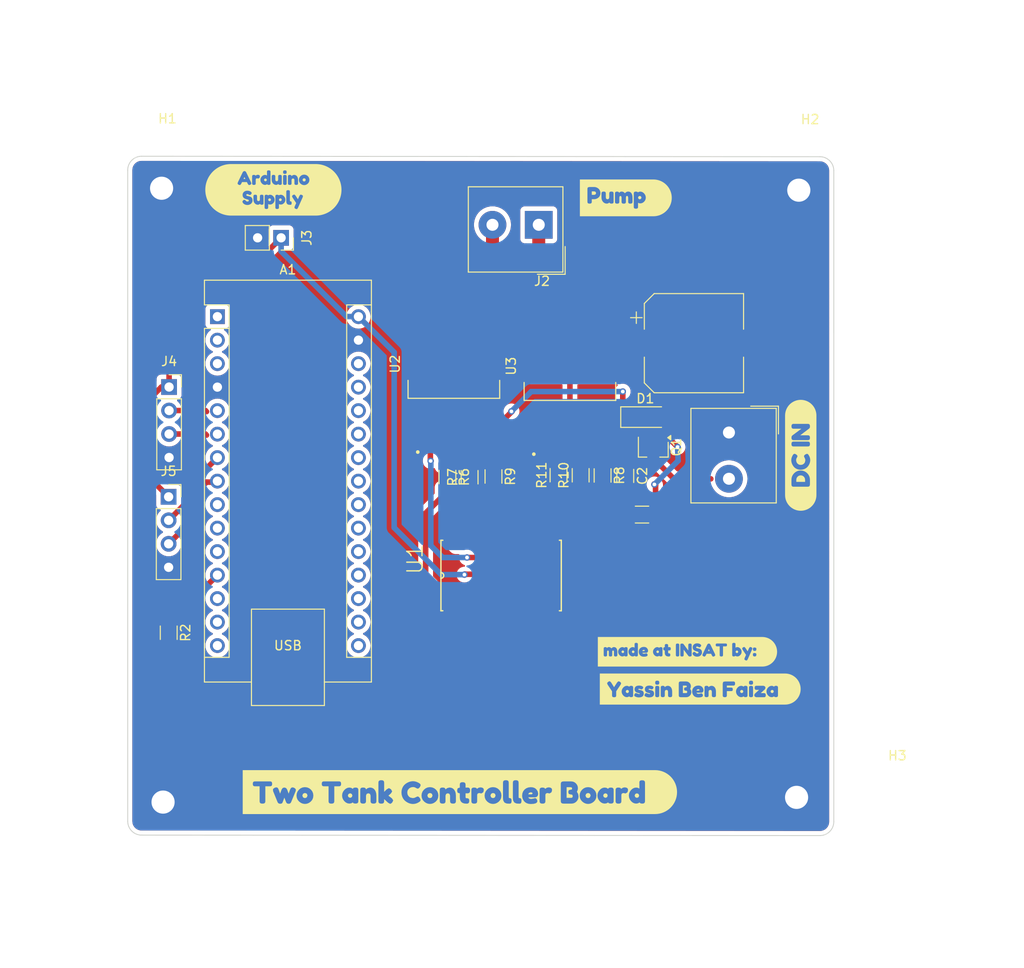
<source format=kicad_pcb>
(kicad_pcb (version 20240108) (generator "pcbnew") (generator_version "8.0")
  (layers (0 "F.Cu" signal) (31 "B.Cu" signal) (34 "B.Paste" user) (35 "F.Paste" user) (36 "B.SilkS" user "B.Silkscreen") (37 "F.SilkS" user "F.Silkscreen") (38 "B.Mask" user) (39 "F.Mask" user) (44 "Edge.Cuts" user))
  (net 0 "")
  (net 4 "GND")
  (net 12 "TRIG1")
  (net 17 "TRIG2")
  (net 20 "VCC")
  (net 24 "ECHO2")
  (net 27 "RPWM1")
  (net 28 "ECHO1")
  (net 30 "Supply")
  (net 31 "Net-(D1-A)")
  (net 32 "Net-(J1-Pin_2)")
  (net 33 "Net-(J2-Pin_1)")
  (net 34 "Net-(J2-Pin_2)")
  (net 35 "Net-(U1-1A0)")
  (net 36 "EN")
  (net 37 "Net-(U2-INH)")
  (net 38 "Net-(U2-SR)")
  (net 39 "Net-(U3-IS)")
  (net 40 "Net-(U2-IS)")
  (net 41 "Net-(U3-SR)")
  (net 42 "Net-(U3-INH)")
  (net 45 "OUT2")
  (net 47 "OUT1")
  (footprint "Resistor_SMD:R_1206_3216Metric_Pad1.30x1.75mm_HandSolder" (layer "F.Cu") (at 126.59 78.02 90)
    (property "Reference" "R7" (at 0 -1.82 90) (layer "F.SilkS"))
    (property "Value" "4.7K")
    (pad "1" smd roundrect (at -1.55 0 90) (size 1.3 1.75) (layers "F.Cu" "F.Paste" "F.Mask") (roundrect_rratio 0.192308) (net 4 "GND"))
    (pad "2" smd roundrect (at 1.55 0 90) (size 1.3 1.75) (layers "F.Cu" "F.Paste" "F.Mask") (roundrect_rratio 0.192308) (net 38 "Net-(U2-SR)"))
  )
  (footprint "MountingHole:MountingHole_2.5mm_Pad" (layer "F.Cu") (at 161.92 112.63)
    (property "Reference" "H3" (at 10.89 -4.51 0) (layer "F.SilkS"))
    (property "Value" "MountingHole_Pad")
    (pad "1" thru_hole circle (at 0 0) (size 5 5) (drill 2.5) (layers "*.Cu" "*.Mask") (net 4 "GND"))
  )
  (footprint "kibuzzard-681AB00E" (layer "F.Cu") (at 105.39 46.95)
    (property "Reference" "kibuzzard-681AB00E" (hide yes))
    (property "Value" "G***" (hide yes))
  )
  (footprint "Resistor_SMD:R_1206_3216Metric_Pad1.30x1.75mm_HandSolder" (layer "F.Cu") (at 129.17 77.94 -90)
    (property "Reference" "R9" (at 0 -1.82 90) (layer "F.SilkS"))
    (property "Value" "4.7K")
    (pad "1" smd roundrect (at -1.55 0 270) (size 1.3 1.75) (layers "F.Cu" "F.Paste" "F.Mask") (roundrect_rratio 0.192308) (net 40 "Net-(U2-IS)"))
    (pad "2" smd roundrect (at 1.55 0 270) (size 1.3 1.75) (layers "F.Cu" "F.Paste" "F.Mask") (roundrect_rratio 0.192308) (net 4 "GND"))
  )
  (footprint "Resistor_SMD:R_1206_3216Metric_Pad1.30x1.75mm_HandSolder" (layer "F.Cu") (at 94.08 94.83 -90)
    (property "Reference" "R2" (at 0 -1.82 90) (layer "F.SilkS"))
    (property "Value" "10K")
    (pad "1" smd roundrect (at -1.55 0 270) (size 1.3 1.75) (layers "F.Cu" "F.Paste" "F.Mask") (roundrect_rratio 0.192308) (net 27 "RPWM1"))
    (pad "2" smd roundrect (at 1.55 0 270) (size 1.3 1.75) (layers "F.Cu" "F.Paste" "F.Mask") (roundrect_rratio 0.192308) (net 35 "Net-(U1-1A0)"))
  )
  (footprint "Capacitor_SMD:C_1206_3216Metric_Pad1.33x1.80mm_HandSolder" (layer "F.Cu") (at 143.41 77.88 -90)
    (property "Reference" "C2" (at 0 -1.85 90) (layer "F.SilkS"))
    (property "Value" "100n" (hide yes))
    (pad "1" smd roundrect (at -1.5625 0 270) (size 1.325 1.8) (layers "F.Cu" "F.Paste" "F.Mask") (roundrect_rratio 0.188679) (net 30 "Supply"))
    (pad "2" smd roundrect (at 1.5625 0 270) (size 1.325 1.8) (layers "F.Cu" "F.Paste" "F.Mask") (roundrect_rratio 0.188679) (net 4 "GND"))
  )
  (footprint "bts:DPAK127P1490X440-8N" (layer "F.Cu") (at 124.89 66.8 90)
    (property "Reference" "U2" (at 1.016 -6.35 90) (layer "F.SilkS"))
    (property "Value" "BTS7960B")
    (pad "1" smd rect (at -5.95 -3.81 90) (size 3.81 0.8) (layers "F.Cu" "F.Paste" "F.Mask") (net 4 "GND"))
    (pad "2" smd rect (at -5.95 -2.54 90) (size 3.81 0.8) (layers "F.Cu" "F.Paste" "F.Mask") (net 45 "OUT2"))
    (pad "3" smd rect (at -5.95 -1.27 90) (size 3.81 0.8) (layers "F.Cu" "F.Paste" "F.Mask") (net 37 "Net-(U2-INH)"))
    (pad "4" smd rect (at -5.95 0 90) (size 3.81 0.8) (layers "F.Cu" "F.Paste" "F.Mask") (net 34 "Net-(J2-Pin_2)"))
    (pad "5" smd rect (at -5.95 1.27 90) (size 3.81 0.8) (layers "F.Cu" "F.Paste" "F.Mask") (net 38 "Net-(U2-SR)"))
    (pad "6" smd rect (at -5.95 2.54 90) (size 3.81 0.8) (layers "F.Cu" "F.Paste" "F.Mask") (net 40 "Net-(U2-IS)"))
    (pad "7" smd rect (at -5.95 3.81 90) (size 3.81 0.8) (layers "F.Cu" "F.Paste" "F.Mask") (net 30 "Supply"))
    (pad "8" smd rect (at 3.71 0 90) (size 8.29 10.07) (layers "F.Cu" "F.Mask") (net 34 "Net-(J2-Pin_2)"))
  )
  (footprint "bts:DPAK127P1490X440-8N" (layer "F.Cu") (at 137.43 67.0275 90)
    (property "Reference" "U3" (at 1.016 -6.35 90) (layer "F.SilkS"))
    (property "Value" "BTS7960B")
    (pad "1" smd rect (at -5.95 -3.81 90) (size 3.81 0.8) (layers "F.Cu" "F.Paste" "F.Mask") (net 4 "GND"))
    (pad "2" smd rect (at -5.95 -2.54 90) (size 3.81 0.8) (layers "F.Cu" "F.Paste" "F.Mask") (net 47 "OUT1"))
    (pad "3" smd rect (at -5.95 -1.27 90) (size 3.81 0.8) (layers "F.Cu" "F.Paste" "F.Mask") (net 42 "Net-(U3-INH)"))
    (pad "4" smd rect (at -5.95 0 90) (size 3.81 0.8) (layers "F.Cu" "F.Paste" "F.Mask") (net 33 "Net-(J2-Pin_1)"))
    (pad "5" smd rect (at -5.95 1.27 90) (size 3.81 0.8) (layers "F.Cu" "F.Paste" "F.Mask") (net 41 "Net-(U3-SR)"))
    (pad "6" smd rect (at -5.95 2.54 90) (size 3.81 0.8) (layers "F.Cu" "F.Paste" "F.Mask") (net 39 "Net-(U3-IS)"))
    (pad "7" smd rect (at -5.95 3.81 90) (size 3.81 0.8) (layers "F.Cu" "F.Paste" "F.Mask") (net 30 "Supply"))
    (pad "8" smd rect (at 3.71 0 90) (size 8.29 10.07) (layers "F.Cu" "F.Mask") (net 33 "Net-(J2-Pin_1)"))
  )
  (footprint "Resistor_SMD:R_1206_3216Metric" (layer "F.Cu") (at 145.22 82.06 180)
    (property "Reference" "R1" (hide yes))
    (property "Value" "10K" (hide yes))
    (pad "1" smd roundrect (at -1.4625 0 180) (size 1.125 1.75) (layers "F.Cu" "F.Paste" "F.Mask") (roundrect_rratio 0.222222) (net 31 "Net-(D1-A)"))
    (pad "2" smd roundrect (at 1.4625 0 180) (size 1.125 1.75) (layers "F.Cu" "F.Paste" "F.Mask") (roundrect_rratio 0.222222) (net 4 "GND"))
  )
  (footprint "Resistor_SMD:R_1206_3216Metric_Pad1.30x1.75mm_HandSolder" (layer "F.Cu") (at 124.19 78 -90)
    (property "Reference" "R6" (at 0 -1.82 90) (layer "F.SilkS"))
    (property "Value" "10K")
    (pad "1" smd roundrect (at -1.55 0 270) (size 1.3 1.75) (layers "F.Cu" "F.Paste" "F.Mask") (roundrect_rratio 0.192308) (net 37 "Net-(U2-INH)"))
    (pad "2" smd roundrect (at 1.55 0 270) (size 1.3 1.75) (layers "F.Cu" "F.Paste" "F.Mask") (roundrect_rratio 0.192308) (net 36 "EN"))
  )
  (footprint "Package_TO_SOT_SMD:SOT-23W" (layer "F.Cu") (at 146.4375 74.77 -90)
    (property "Reference" "Q1" (at 0 -2.5 90) (layer "F.SilkS"))
    (property "Value" "AO3401A" (hide yes))
    (pad "1" smd roundrect (at -1.2 -0.95 270) (size 1 0.7) (layers "F.Cu" "F.Paste" "F.Mask") (net 31 "Net-(D1-A)"))
    (pad "2" smd roundrect (at -1.2 0.95 270) (size 1 0.7) (layers "F.Cu" "F.Paste" "F.Mask") (net 30 "Supply"))
    (pad "3" smd roundrect (at 1.2 0 270) (size 1 0.7) (layers "F.Cu" "F.Paste" "F.Mask") (net 32 "Net-(J1-Pin_2)"))
  )
  (footprint "Resistor_SMD:R_1206_3216Metric_Pad1.30x1.75mm_HandSolder" (layer "F.Cu") (at 138.59 77.81 90)
    (property "Reference" "R10" (at 0 -1.82 90) (layer "F.SilkS"))
    (property "Value" "4.7K" (hide yes))
    (pad "1" smd roundrect (at -1.55 0 90) (size 1.3 1.75) (layers "F.Cu" "F.Paste" "F.Mask") (roundrect_rratio 0.192308) (net 4 "GND"))
    (pad "2" smd roundrect (at 1.55 0 90) (size 1.3 1.75) (layers "F.Cu" "F.Paste" "F.Mask") (roundrect_rratio 0.192308) (net 41 "Net-(U3-SR)"))
  )
  (footprint "kibuzzard-68C5A47A" (layer "F.Cu") (at 150.13 96.89)
    (property "Reference" "kibuzzard-68C5A47A" (hide yes))
    (property "Value" "G***" (hide yes))
  )
  (footprint "Resistor_SMD:R_1206_3216Metric_Pad1.30x1.75mm_HandSolder" (layer "F.Cu") (at 140.96 77.83 -90)
    (property "Reference" "R8" (at 0 -1.82 90) (layer "F.SilkS"))
    (property "Value" "4.7K" (hide yes))
    (pad "1" smd roundrect (at -1.55 0 270) (size 1.3 1.75) (layers "F.Cu" "F.Paste" "F.Mask") (roundrect_rratio 0.192308) (net 39 "Net-(U3-IS)"))
    (pad "2" smd roundrect (at 1.55 0 270) (size 1.3 1.75) (layers "F.Cu" "F.Paste" "F.Mask") (roundrect_rratio 0.192308) (net 4 "GND"))
  )
  (footprint "kibuzzard-681AB02C" (layer "F.Cu") (at 125.54 112.06)
    (property "Reference" "kibuzzard-681AB02C" (hide yes))
    (property "Value" "G***" (hide yes))
  )
  (footprint "kibuzzard-67925609" (layer "F.Cu") (at 162.37 75.65 90)
    (property "Reference" "kibuzzard-67925609" (hide yes))
    (property "Value" "G***" (hide yes))
  )
  (footprint "Diode_SMD:D_MiniMELF" (layer "F.Cu") (at 145.58 71.52)
    (property "Reference" "D1" (at 0 -2 0) (layer "F.SilkS"))
    (property "Value" "BZV55B10" (hide yes))
    (pad "1" smd roundrect (at -1.75 0) (size 1.3 1.7) (layers "F.Cu" "F.Paste" "F.Mask") (roundrect_rratio 0.1923076923) (net 30 "Supply"))
    (pad "2" smd roundrect (at 1.75 0) (size 1.3 1.7) (layers "F.Cu" "F.Paste" "F.Mask") (roundrect_rratio 0.1923076923) (net 31 "Net-(D1-A)"))
  )
  (footprint "Resistor_SMD:R_1206_3216Metric_Pad1.30x1.75mm_HandSolder" (layer "F.Cu") (at 136.2 77.8 90)
    (property "Reference" "R11" (at 0 -1.82 90) (layer "F.SilkS"))
    (property "Value" "10K" (hide yes))
    (pad "1" smd roundrect (at -1.55 0 90) (size 1.3 1.75) (layers "F.Cu" "F.Paste" "F.Mask") (roundrect_rratio 0.192308) (net 36 "EN"))
    (pad "2" smd roundrect (at 1.55 0 90) (size 1.3 1.75) (layers "F.Cu" "F.Paste" "F.Mask") (roundrect_rratio 0.192308) (net 42 "Net-(U3-INH)"))
  )
  (footprint "kibuzzard-681AC34F" (layer "F.Cu") (at 151.51 100.92)
    (property "Reference" "kibuzzard-681AC34F" (hide yes))
    (property "Value" "G***" (hide yes))
  )
  (footprint "Module:Arduino_Nano" (layer "F.Cu") (at 99.34 60.66)
    (property "Reference" "A1" (at 7.62 -5.08 0) (layer "F.SilkS"))
    (property "Value" "Arduino_Nano_v3.x")
    (fp_text user "USB" (at 7.62 35.56 0) (layer "F.SilkS"))
    (pad "1" thru_hole rect (at 0 0) (size 1.6 1.6) (drill 1) (layers "*.Cu" "*.Mask"))
    (pad "2" thru_hole oval (at 0 2.54) (size 1.6 1.6) (drill 1) (layers "*.Cu" "*.Mask"))
    (pad "3" thru_hole oval (at 0 5.08) (size 1.6 1.6) (drill 1) (layers "*.Cu" "*.Mask"))
    (pad "4" thru_hole oval (at 0 7.62) (size 1.6 1.6) (drill 1) (layers "*.Cu" "*.Mask") (net 4 "GND"))
    (pad "5" thru_hole oval (at 0 10.16) (size 1.6 1.6) (drill 1) (layers "*.Cu" "*.Mask") (net 12 "TRIG1"))
    (pad "6" thru_hole oval (at 0 12.7) (size 1.6 1.6) (drill 1) (layers "*.Cu" "*.Mask") (net 28 "ECHO1"))
    (pad "7" thru_hole oval (at 0 15.24) (size 1.6 1.6) (drill 1) (layers "*.Cu" "*.Mask") (net 17 "TRIG2"))
    (pad "8" thru_hole oval (at 0 17.78) (size 1.6 1.6) (drill 1) (layers "*.Cu" "*.Mask") (net 24 "ECHO2"))
    (pad "9" thru_hole oval (at 0 20.32) (size 1.6 1.6) (drill 1) (layers "*.Cu" "*.Mask"))
    (pad "10" thru_hole oval (at 0 22.86) (size 1.6 1.6) (drill 1) (layers "*.Cu" "*.Mask"))
    (pad "11" thru_hole oval (at 0 25.4) (size 1.6 1.6) (drill 1) (layers "*.Cu" "*.Mask"))
    (pad "12" thru_hole oval (at 0 27.94) (size 1.6 1.6) (drill 1) (layers "*.Cu" "*.Mask") (net 27 "RPWM1"))
    (pad "13" thru_hole oval (at 0 30.48) (size 1.6 1.6) (drill 1) (layers "*.Cu" "*.Mask"))
    (pad "14" thru_hole oval (at 0 33.02) (size 1.6 1.6) (drill 1) (layers "*.Cu" "*.Mask"))
    (pad "15" thru_hole oval (at 0 35.56) (size 1.6 1.6) (drill 1) (layers "*.Cu" "*.Mask"))
    (pad "16" thru_hole oval (at 15.24 35.56) (size 1.6 1.6) (drill 1) (layers "*.Cu" "*.Mask"))
    (pad "17" thru_hole oval (at 15.24 33.02) (size 1.6 1.6) (drill 1) (layers "*.Cu" "*.Mask"))
    (pad "18" thru_hole oval (at 15.24 30.48) (size 1.6 1.6) (drill 1) (layers "*.Cu" "*.Mask"))
    (pad "19" thru_hole oval (at 15.24 27.94) (size 1.6 1.6) (drill 1) (layers "*.Cu" "*.Mask"))
    (pad "20" thru_hole oval (at 15.24 25.4) (size 1.6 1.6) (drill 1) (layers "*.Cu" "*.Mask"))
    (pad "21" thru_hole oval (at 15.24 22.86) (size 1.6 1.6) (drill 1) (layers "*.Cu" "*.Mask"))
    (pad "22" thru_hole oval (at 15.24 20.32) (size 1.6 1.6) (drill 1) (layers "*.Cu" "*.Mask"))
    (pad "23" thru_hole oval (at 15.24 17.78) (size 1.6 1.6) (drill 1) (layers "*.Cu" "*.Mask"))
    (pad "24" thru_hole oval (at 15.24 15.24) (size 1.6 1.6) (drill 1) (layers "*.Cu" "*.Mask"))
    (pad "25" thru_hole oval (at 15.24 12.7) (size 1.6 1.6) (drill 1) (layers "*.Cu" "*.Mask"))
    (pad "26" thru_hole oval (at 15.24 10.16) (size 1.6 1.6) (drill 1) (layers "*.Cu" "*.Mask"))
    (pad "27" thru_hole oval (at 15.24 7.62) (size 1.6 1.6) (drill 1) (layers "*.Cu" "*.Mask"))
    (pad "28" thru_hole oval (at 15.24 5.08) (size 1.6 1.6) (drill 1) (layers "*.Cu" "*.Mask"))
    (pad "29" thru_hole oval (at 15.24 2.54) (size 1.6 1.6) (drill 1) (layers "*.Cu" "*.Mask") (net 4 "GND"))
    (pad "30" thru_hole oval (at 15.24 0) (size 1.6 1.6) (drill 1) (layers "*.Cu" "*.Mask") (net 20 "VCC"))
  )
  (footprint "Capacitor_SMD:CP_Elec_10x10.5" (layer "F.Cu") (at 150.83 63.53)
    (property "Reference" "C1" (hide yes))
    (property "Value" "470u" (hide yes))
    (pad "1" smd roundrect (at -4.2 0) (size 4.4 2.5) (layers "F.Cu" "F.Paste" "F.Mask") (roundrect_rratio 0.1) (net 30 "Supply"))
    (pad "2" smd roundrect (at 4.2 0) (size 4.4 2.5) (layers "F.Cu" "F.Paste" "F.Mask") (roundrect_rratio 0.1) (net 4 "GND"))
  )
  (footprint "MountingHole:MountingHole_2.5mm_Pad" (layer "F.Cu") (at 93.47 113.14)
    (property "Reference" "H4" (hide yes))
    (property "Value" "MountingHole_Pad")
    (pad "1" thru_hole circle (at 0 0) (size 5 5) (drill 2.5) (layers "*.Cu" "*.Mask") (net 4 "GND"))
  )
  (footprint "TerminalBlock_Altech:Altech_AK100_1x02_P5.00mm" (layer "F.Cu") (at 154.6125 73.1875 -90)
    (property "Reference" "J1" (hide yes))
    (property "Value" "12V input")
    (pad "1" thru_hole rect (at 0 0 270) (size 3 3) (drill 1.3) (layers "*.Cu" "*.Mask") (net 4 "GND"))
    (pad "2" thru_hole circle (at 5 0 270) (size 3 3) (drill 1.3) (layers "*.Cu" "*.Mask") (net 32 "Net-(J1-Pin_2)"))
  )
  (footprint "kibuzzard-681AAFCF" (layer "F.Cu") (at 143.47 47.82)
    (property "Reference" "kibuzzard-681AAFCF" (hide yes))
    (property "Value" "G***" (hide yes))
  )
  (footprint "Connector_PinSocket_2.54mm:PinSocket_1x04_P2.54mm_Vertical" (layer "F.Cu") (at 94.12 68.27)
    (property "Reference" "J4" (at 0 -2.77 0) (layer "F.SilkS"))
    (property "Value" "Ultrasonic1")
    (pad "1" thru_hole rect (at 0 0) (size 1.7 1.7) (drill 1) (layers "*.Cu" "*.Mask") (net 20 "VCC"))
    (pad "2" thru_hole oval (at 0 2.54) (size 1.7 1.7) (drill 1) (layers "*.Cu" "*.Mask") (net 12 "TRIG1"))
    (pad "3" thru_hole oval (at 0 5.08) (size 1.7 1.7) (drill 1) (layers "*.Cu" "*.Mask") (net 28 "ECHO1"))
    (pad "4" thru_hole oval (at 0 7.62) (size 1.7 1.7) (drill 1) (layers "*.Cu" "*.Mask") (net 4 "GND"))
  )
  (footprint "Connector_PinSocket_2.54mm:PinSocket_1x02_P2.54mm_Vertical" (layer "F.Cu") (at 106.225 52.14 -90)
    (property "Reference" "J3" (at 0 -2.77 -90) (layer "F.SilkS"))
    (property "Value" "Alimentation" (hide yes))
    (pad "1" thru_hole rect (at 0 0 270) (size 1.7 1.7) (drill 1) (layers "*.Cu" "*.Mask") (net 20 "VCC"))
    (pad "2" thru_hole oval (at 0 2.54 270) (size 1.7 1.7) (drill 1) (layers "*.Cu" "*.Mask") (net 4 "GND"))
  )
  (footprint "TerminalBlock_Altech:Altech_AK100_1x02_P5.00mm" (layer "F.Cu") (at 134.0625 50.7325 180)
    (property "Reference" "J2" (at -0.35 -6.09 0) (layer "F.SilkS"))
    (property "Value" "OUT" (hide yes))
    (pad "1" thru_hole rect (at 0 0 180) (size 3 3) (drill 1.3) (layers "*.Cu" "*.Mask") (net 33 "Net-(J2-Pin_1)"))
    (pad "2" thru_hole circle (at 5 0 180) (size 3 3) (drill 1.3) (layers "*.Cu" "*.Mask") (net 34 "Net-(J2-Pin_2)"))
  )
  (footprint "Connector_PinSocket_2.54mm:PinSocket_1x04_P2.54mm_Vertical" (layer "F.Cu") (at 94.07 80.14)
    (property "Reference" "J5" (at 0 -2.77 0) (layer "F.SilkS"))
    (property "Value" "Ultrasonic2")
    (pad "1" thru_hole rect (at 0 0) (size 1.7 1.7) (drill 1) (layers "*.Cu" "*.Mask") (net 20 "VCC"))
    (pad "2" thru_hole oval (at 0 2.54) (size 1.7 1.7) (drill 1) (layers "*.Cu" "*.Mask") (net 17 "TRIG2"))
    (pad "3" thru_hole oval (at 0 5.08) (size 1.7 1.7) (drill 1) (layers "*.Cu" "*.Mask") (net 24 "ECHO2"))
    (pad "4" thru_hole oval (at 0 7.62) (size 1.7 1.7) (drill 1) (layers "*.Cu" "*.Mask") (net 4 "GND"))
  )
  (footprint "MountingHole:MountingHole_2.5mm_Pad" (layer "F.Cu") (at 93.31 46.78)
    (property "Reference" "H1" (at 0.63 -7.52 0) (layer "F.SilkS"))
    (property "Value" "MountingHole_Pad")
    (pad "1" thru_hole circle (at 0 0) (size 5 5) (drill 2.5) (layers "*.Cu" "*.Mask") (net 4 "GND"))
  )
  (footprint "MountingHole:MountingHole_2.5mm_Pad" (layer "F.Cu") (at 162.16 46.99)
    (property "Reference" "H2" (at 1.22 -7.65 0) (layer "F.SilkS"))
    (property "Value" "MountingHole_Pad")
    (pad "1" thru_hole circle (at 0 0) (size 5 5) (drill 2.5) (layers "*.Cu" "*.Mask") (net 4 "GND"))
  )
  (footprint "7hHC:SOIC127P1032X265-20N" (layer "F.Cu") (at 129.995 88.6448 90)
    (property "Reference" "U1" (at 1.75375 -9.30245 90) (layer "F.SilkS") (effects (font (size 1.641071 1.641071))))
    (property "Value" "74HC244")
    (pad "1" smd rect (at -4.7752 -5.715 90) (size 1.8034 0.5334) (layers "F.Cu" "F.Paste" "F.Mask") (net 4 "GND"))
    (pad "2" smd rect (at -4.7752 -4.445 90) (size 1.8034 0.5334) (layers "F.Cu" "F.Paste" "F.Mask") (net 35 "Net-(U1-1A0)"))
    (pad "3" smd rect (at -4.7752 -3.175 90) (size 1.8034 0.5334) (layers "F.Cu" "F.Paste" "F.Mask") (net 36 "EN"))
    (pad "4" smd rect (at -4.7752 -1.905 90) (size 1.8034 0.5334) (layers "F.Cu" "F.Paste" "F.Mask") (net 4 "GND"))
    (pad "5" smd rect (at -4.7752 -0.635 90) (size 1.8034 0.5334) (layers "F.Cu" "F.Paste" "F.Mask") (net 36 "EN"))
    (pad "6" smd rect (at -4.7752 0.635 90) (size 1.8034 0.5334) (layers "F.Cu" "F.Paste" "F.Mask"))
    (pad "7" smd rect (at -4.7752 1.905 90) (size 1.8034 0.5334) (layers "F.Cu" "F.Paste" "F.Mask") (net 4 "GND"))
    (pad "8" smd rect (at -4.7752 3.175 90) (size 1.8034 0.5334) (layers "F.Cu" "F.Paste" "F.Mask"))
    (pad "9" smd rect (at -4.7752 4.445 90) (size 1.8034 0.5334) (layers "F.Cu" "F.Paste" "F.Mask") (net 4 "GND"))
    (pad "10" smd rect (at -4.7752 5.715 90) (size 1.8034 0.5334) (layers "F.Cu" "F.Paste" "F.Mask") (net 4 "GND"))
    (pad "11" smd rect (at 4.7752 5.715 90) (size 1.8034 0.5334) (layers "F.Cu" "F.Paste" "F.Mask") (net 4 "GND"))
    (pad "12" smd rect (at 4.7752 4.445 90) (size 1.8034 0.5334) (layers "F.Cu" "F.Paste" "F.Mask"))
    (pad "13" smd rect (at 4.7752 3.175 90) (size 1.8034 0.5334) (layers "F.Cu" "F.Paste" "F.Mask") (net 4 "GND"))
    (pad "14" smd rect (at 4.7752 1.905 90) (size 1.8034 0.5334) (layers "F.Cu" "F.Paste" "F.Mask"))
    (pad "15" smd rect (at 4.7752 0.635 90) (size 1.8034 0.5334) (layers "F.Cu" "F.Paste" "F.Mask") (net 20 "VCC"))
    (pad "16" smd rect (at 4.7752 -0.635 90) (size 1.8034 0.5334) (layers "F.Cu" "F.Paste" "F.Mask") (net 45 "OUT2"))
    (pad "17" smd rect (at 4.7752 -1.905 90) (size 1.8034 0.5334) (layers "F.Cu" "F.Paste" "F.Mask") (net 20 "VCC"))
    (pad "18" smd rect (at 4.7752 -3.175 90) (size 1.8034 0.5334) (layers "F.Cu" "F.Paste" "F.Mask") (net 47 "OUT1"))
    (pad "19" smd rect (at 4.7752 -4.445 90) (size 1.8034 0.5334) (layers "F.Cu" "F.Paste" "F.Mask") (net 4 "GND"))
    (pad "20" smd rect (at 4.7752 -5.715 90) (size 1.8034 0.5334) (layers "F.Cu" "F.Paste" "F.Mask") (net 20 "VCC"))
  )
  (gr_arc (start 89.64934 44.82066) (mid 90.08868 43.76) (end 91.14934 43.32066) (stroke (width 0.1)) (layer "Edge.Cuts"))
  (gr_line (start 165.94 115.26) (end 165.93934 44.87066) (stroke (width 0.1)) (layer "Edge.Cuts"))
  (gr_arc (start 164.43934 43.37066) (mid 165.5 43.81) (end 165.93934 44.87066) (stroke (width 0.1)) (layer "Edge.Cuts"))
  (gr_line (start 164.43934 43.37066) (end 91.14934 43.32066) (stroke (width 0.1)) (layer "Edge.Cuts"))
  (gr_arc (start 91.15 116.71) (mid 90.089339 116.27066) (end 89.649999 115.21) (stroke (width 0.1)) (layer "Edge.Cuts"))
  (gr_arc (start 165.94 115.26) (mid 165.50066 116.32066) (end 164.44 116.76) (stroke (width 0.1)) (layer "Edge.Cuts"))
  (gr_line (start 164.44 116.76) (end 91.15 116.71) (stroke (width 0.1)) (layer "Edge.Cuts"))
  (gr_line (start 89.65 115.21) (end 89.64934 44.82066) (stroke (width 0.1)) (layer "Edge.Cuts"))
  (segment (start 143.3275 79.36) (end 143.41 79.4425) (width 0.6) (layer "F.Cu") (net 4))
  (segment (start 134.95 91.35) (end 135.45 91.85) (width 0.6) (layer "F.Cu") (net 4))
  (segment (start 138.59 79.36) (end 143.3275 79.36) (width 0.6) (layer "F.Cu") (net 4))
  (segment (start 135.45 93.3404) (end 136.72 93.3404) (width 0.6) (layer "F.Cu") (net 4))
  (segment (start 132.91 93.3404) (end 132.91 91.93) (width 0.6) (layer "F.Cu") (net 4))
  (segment (start 133.49 91.35) (end 134.95 91.35) (width 0.6) (layer "F.Cu") (net 4))
  (segment (start 129.09 79.57) (end 129.17 79.49) (width 0.6) (layer "F.Cu") (net 4))
  (segment (start 135.45 91.85) (end 135.45 93.3404) (width 0.6) (layer "F.Cu") (net 4))
  (segment (start 126.59 79.57) (end 129.09 79.57) (width 0.6) (layer "F.Cu") (net 4))
  (segment (start 132.91 91.93) (end 133.49 91.35) (width 0.6) (layer "F.Cu") (net 4))
  (segment (start 98.04 70.81) (end 98.16 70.93) (width 0.6) (layer "F.Cu") (net 12))
  (segment (start 94.12 70.81) (end 98.04 70.81) (width 0.6) (layer "F.Cu") (net 12))
  (segment (start 96.21 80.54) (end 96.21 79.03) (width 0.6) (layer "F.Cu") (net 17))
  (segment (start 96.21 79.03) (end 99.34 75.9) (width 0.6) (layer "F.Cu") (net 17))
  (segment (start 94.07 82.68) (end 96.21 80.54) (width 0.6) (layer "F.Cu") (net 17))
  (segment (start 130.63 83.8696) (end 130.63 86.71137) (width 0.6) (layer "F.Cu") (net 20))
  (segment (start 130.63 82.52) (end 130.63 83.8696) (width 0.6) (layer "F.Cu") (net 20))
  (segment (start 124.28 84.7) (end 124.28 83.8696) (width 0.6) (layer "F.Cu") (net 20))
  (segment (start 92.45 78.52) (end 94.07 80.14) (width 0.6) (layer "F.Cu") (net 20))
  (segment (start 126.03 88.55) (end 126.07 88.51) (width 0.6) (layer "F.Cu") (net 20))
  (segment (start 128.83137 88.51) (end 126.15 88.51) (width 0.6) (layer "F.Cu") (net 20))
  (segment (start 94.12 56.03) (end 95.46 54.69) (width 0.6) (layer "F.Cu") (net 20))
  (segment (start 130.63 86.71137) (end 128.83137 88.51) (width 0.6) (layer "F.Cu") (net 20))
  (segment (start 93.29 68.27) (end 92.45 69.11) (width 0.6) (layer "F.Cu") (net 20))
  (segment (start 128.09 83.8696) (end 128.09 82.49) (width 0.6) (layer "F.Cu") (net 20))
  (segment (start 125.11 85.53) (end 124.28 84.7) (width 0.6) (layer "F.Cu") (net 20))
  (segment (start 128.09 82.49) (end 128.5 82.08) (width 0.6) (layer "F.Cu") (net 20))
  (segment (start 126.07 88.51) (end 126.11 88.51) (width 0.6) (layer "F.Cu") (net 20))
  (segment (start 94.12 68.27) (end 93.29 68.27) (width 0.6) (layer "F.Cu") (net 20))
  (segment (start 126.15 88.51) (end 126.03 88.55) (width 0.6) (layer "F.Cu") (net 20))
  (segment (start 92.45 69.11) (end 92.45 78.52) (width 0.6) (layer "F.Cu") (net 20))
  (segment (start 94.12 68.27) (end 94.12 56.03) (width 0.6) (layer "F.Cu") (net 20))
  (segment (start 127.328 85.53) (end 125.11 85.53) (width 0.6) (layer "F.Cu") (net 20))
  (segment (start 128.09 83.8696) (end 128.09 84.768) (width 0.6) (layer "F.Cu") (net 20))
  (segment (start 128.09 84.768) (end 127.328 85.53) (width 0.6) (layer "F.Cu") (net 20))
  (segment (start 130.19 82.08) (end 130.63 82.52) (width 0.6) (layer "F.Cu") (net 20))
  (segment (start 103.68 54.69) (end 103.68 54.685) (width 0.6) (layer "F.Cu") (net 20))
  (segment (start 95.46 54.69) (end 103.68 54.69) (width 0.6) (layer "F.Cu") (net 20))
  (segment (start 128.5 82.08) (end 130.19 82.08) (width 0.6) (layer "F.Cu") (net 20))
  (segment (start 103.68 54.685) (end 106.225 52.14) (width 0.6) (layer "F.Cu") (net 20))
  (via (at 126.03 88.55) (size 0.7) (drill 0.4) (layers "F.Cu" "B.Cu") (net 20))
  (segment (start 106.225 53.595) (end 106.225 52.14) (width 0.6) (layer "B.Cu") (net 20))
  (segment (start 113.28 60.65) (end 106.225 53.595) (width 0.6) (layer "B.Cu") (net 20))
  (segment (start 126.03 88.55) (end 123.52 88.55) (width 0.6) (layer "B.Cu") (net 20))
  (segment (start 118.44 83.47) (end 118.44 64.52) (width 0.6) (layer "B.Cu") (net 20))
  (segment (start 114.57 60.65) (end 113.28 60.65) (width 0.6) (layer "B.Cu") (net 20))
  (segment (start 123.52 88.55) (end 118.44 83.47) (width 0.6) (layer "B.Cu") (net 20))
  (segment (start 118.44 64.52) (end 114.57 60.65) (width 0.6) (layer "B.Cu") (net 20))
  (segment (start 97.18 82.11) (end 97.18 79.53) (width 0.6) (layer "F.Cu") (net 24))
  (segment (start 97.18 79.53) (end 98.16 78.55) (width 0.6) (layer "F.Cu") (net 24))
  (segment (start 99.23 78.55) (end 99.34 78.44) (width 0.6) (layer "F.Cu") (net 24))
  (segment (start 98.16 78.55) (end 99.23 78.55) (width 0.6) (layer "F.Cu") (net 24))
  (segment (start 94.07 85.22) (end 97.18 82.11) (width 0.6) (layer "F.Cu") (net 24))
  (segment (start 99.34 88.6) (end 94.66 93.28) (width 0.6) (layer "F.Cu") (net 27))
  (segment (start 94.66 93.28) (end 94.08 93.28) (width 0.6) (layer "F.Cu") (net 27))
  (segment (start 98.04 73.35) (end 98.16 73.47) (width 0.6) (layer "F.Cu") (net 28))
  (segment (start 94.12 73.35) (end 98.04 73.35) (width 0.6) (layer "F.Cu") (net 28))
  (segment (start 131.11 70.97) (end 131.11 70.9) (width 0.6) (layer "F.Cu") (net 30))
  (segment (start 143.14 70.83) (end 143.83 71.52) (width 0.6) (layer "F.Cu") (net 30))
  (segment (start 146.63 63.53) (end 146.63 68.72) (width 1.4) (layer "F.Cu") (net 30))
  (segment (start 143.14 68.76) (end 143.14 70.83) (width 0.6) (layer "F.Cu") (net 30))
  (segment (start 129.33 72.75) (end 131.11 70.97) (width 0.6) (layer "F.Cu") (net 30))
  (segment (start 145.4875 73.57) (end 145.4875 73.1775) (width 0.6) (layer "F.Cu") (net 30))
  (segment (start 131.18 70.9) (end 131.09 70.99) (width 0.6) (layer "F.Cu") (net 30))
  (segment (start 146.63 68.72) (end 143.83 71.52) (width 1.4) (layer "F.Cu") (net 30))
  (segment (start 128.7 72.75) (end 129.33 72.75) (width 0.6) (layer "F.Cu") (net 30))
  (segment (start 131.11 70.9) (end 131.18 70.9) (width 0.6) (layer "F.Cu") (net 30))
  (via (at 143.14 68.76) (size 0.7) (drill 0.4) (layers "F.Cu" "B.Cu") (net 30))
  (via (at 131.11 70.9) (size 0.7) (drill 0.4) (layers "F.Cu" "B.Cu") (net 30))
  (segment (start 143.14 68.76) (end 142.98 68.76) (width 0.6) (layer "B.Cu") (net 30))
  (segment (start 131.11 70.9) (end 133.25 68.76) (width 0.6) (layer "B.Cu") (net 30))
  (segment (start 133.25 68.76) (end 143.14 68.76) (width 0.6) (layer "B.Cu") (net 30))
  (segment (start 147.33 73.5125) (end 147.3875 73.57) (width 0.6) (layer "F.Cu") (net 31))
  (segment (start 146.6825 78.8625) (end 146.62 78.8) (width 0.6) (layer "F.Cu") (net 31))
  (segment (start 147.88 73.57) (end 149.06 74.75) (width 0.6) (layer "F.Cu") (net 31))
  (segment (start 146.56 78.74) (end 146.67 78.85) (width 0.6) (layer "F.Cu") (net 31))
  (segment (start 147.33 71.52) (end 147.33 73.5125) (width 0.6) (layer "F.Cu") (net 31))
  (segment (start 147.3875 73.57) (end 147.88 73.57) (width 0.6) (layer "F.Cu") (net 31))
  (segment (start 146.56 78.8) (end 146.56 78.74) (width 0.6) (layer "F.Cu") (net 31))
  (segment (start 146.62 78.8) (end 146.56 78.8) (width 0.6) (layer "F.Cu") (net 31))
  (segment (start 146.6825 82.06) (end 146.6825 78.8625) (width 0.6) (layer "F.Cu") (net 31))
  (via (at 146.56 78.8) (size 0.7) (drill 0.4) (layers "F.Cu" "B.Cu") (net 31))
  (via (at 149.06 74.75) (size 0.7) (drill 0.4) (layers "F.Cu" "B.Cu") (net 31))
  (segment (start 149.12 76.24) (end 149.06 74.75) (width 0.6) (layer "B.Cu") (net 31))
  (segment (start 149.06 74.75) (end 149.12 74.84) (width 0.6) (layer "B.Cu") (net 31))
  (segment (start 146.56 78.8) (end 149.12 76.24) (width 0.6) (layer "B.Cu") (net 31))
  (segment (start 148.665 78.1975) (end 152.6525 78.1975) (width 0.6) (layer "F.Cu") (net 32))
  (segment (start 146.4375 75.97) (end 148.665 78.1975) (width 0.6) (layer "F.Cu") (net 32))
  (segment (start 137.43 63.3175) (end 137.43 56.39) (width 1.4) (layer "F.Cu") (net 33))
  (segment (start 137.43 56.39) (end 134.0625 53.0225) (width 1.4) (layer "F.Cu") (net 33))
  (segment (start 134.0625 53.0225) (end 134.0625 50.7325) (width 1.4) (layer "F.Cu") (net 33))
  (segment (start 137.43 72.9775) (end 137.43 63.3175) (width 0.6) (layer "F.Cu") (net 33))
  (segment (start 124.89 63.09) (end 124.89 57.13) (width 1.4) (layer "F.Cu") (net 34))
  (segment (start 129.0625 52.9575) (end 129.0625 50.7325) (width 1.4) (layer "F.Cu") (net 34))
  (segment (start 124.89 72.75) (end 124.89 63.09) (width 0.6) (layer "F.Cu") (net 34))
  (segment (start 124.89 57.13) (end 129.0625 52.9575) (width 1.4) (layer "F.Cu") (net 34))
  (segment (start 94.08 96.38) (end 94.08 97.63) (width 0.6) (layer "F.Cu") (net 35))
  (segment (start 95.77 99.32) (end 124.35 99.32) (width 0.6) (layer "F.Cu") (net 35))
  (segment (start 94.08 97.63) (end 95.77 99.32) (width 0.6) (layer "F.Cu") (net 35))
  (segment (start 125.55 98.12) (end 125.55 93.42) (width 0.6) (layer "F.Cu") (net 35))
  (segment (start 124.35 99.32) (end 125.55 98.12) (width 0.6) (layer "F.Cu") (net 35))
  (segment (start 136.2 79.35) (end 136.2 81.04) (width 0.6) (layer "F.Cu") (net 36))
  (segment (start 121.84 81.9) (end 124.19 79.55) (width 0.6) (layer "F.Cu") (net 36))
  (segment (start 121.84 89.08) (end 121.84 81.9) (width 0.6) (layer "F.Cu") (net 36))
  (segment (start 136.94 88.68) (end 132.3 88.68) (width 0.6) (layer "F.Cu") (net 36))
  (segment (start 126.82 94.43) (end 126.82 93.42) (width 0.6) (layer "F.Cu") (net 36))
  (segment (start 126.33 91.36) (end 124.12 91.36) (width 0.6) (layer "F.Cu") (net 36))
  (segment (start 128.5933 94.8217) (end 127.2117 94.8217) (width 0.6) (layer "F.Cu") (net 36))
  (segment (start 129.36 94.055) (end 128.5933 94.8217) (width 0.6) (layer "F.Cu") (net 36))
  (segment (start 132.3 88.68) (end 129.36 91.62) (width 0.6) (layer "F.Cu") (net 36))
  (segment (start 136.2 81.04) (end 137.6 82.44) (width 0.6) (layer "F.Cu") (net 36))
  (segment (start 137.6 82.44) (end 137.6 88.02) (width 0.6) (layer "F.Cu") (net 36))
  (segment (start 124.12 91.36) (end 121.84 89.08) (width 0.6) (layer "F.Cu") (net 36))
  (segment (start 137.6 88.02) (end 136.94 88.68) (width 0.6) (layer "F.Cu") (net 36))
  (segment (start 126.82 91.85) (end 126.33 91.36) (width 0.6) (layer "F.Cu") (net 36))
  (segment (start 129.36 93.42) (end 129.36 94.055) (width 0.6) (layer "F.Cu") (net 36))
  (segment (start 127.2117 94.8217) (end 126.82 94.43) (width 0.6) (layer "F.Cu") (net 36))
  (segment (start 126.82 93.42) (end 126.82 91.85) (width 0.6) (layer "F.Cu") (net 36))
  (segment (start 129.36 91.62) (end 129.36 93.42) (width 0.6) (layer "F.Cu") (net 36))
  (segment (start 123.62 75.88) (end 124.19 76.45) (width 0.6) (layer "F.Cu") (net 37))
  (segment (start 123.62 72.75) (end 123.62 75.88) (width 0.6) (layer "F.Cu") (net 37))
  (segment (start 126.16 72.75) (end 126.16 76.04) (width 0.6) (layer "F.Cu") (net 38))
  (segment (start 126.16 76.04) (end 126.59 76.47) (width 0.6) (layer "F.Cu") (net 38))
  (segment (start 140.96 76.28) (end 139.97 75.29) (width 0.6) (layer "F.Cu") (net 39))
  (segment (start 139.97 75.29) (end 139.97 72.9775) (width 0.6) (layer "F.Cu") (net 39))
  (segment (start 127.43 75.08) (end 128.74 76.39) (width 0.6) (layer "F.Cu") (net 40))
  (segment (start 127.43 72.75) (end 127.43 75.08) (width 0.6) (layer "F.Cu") (net 40))
  (segment (start 128.74 76.39) (end 129.17 76.39) (width 0.6) (layer "F.Cu") (net 40))
  (segment (start 138.7 72.9775) (end 138.7 76.15) (width 0.6) (layer "F.Cu") (net 41))
  (segment (start 138.7 76.15) (end 138.59 76.26) (width 0.6) (layer "F.Cu") (net 41))
  (segment (start 136.16 76.21) (end 136.2 76.25) (width 0.6) (layer "F.Cu") (net 42))
  (segment (start 136.16 72.9775) (end 136.16 76.21) (width 0.6) (layer "F.Cu") (net 42))
  (segment (start 122.35 72.75) (end 122.35 76.23) (width 0.6) (layer "F.Cu") (net 45))
  (segment (start 127.7 86.7) (end 129.36 85.04) (width 0.6) (layer "F.Cu") (net 45))
  (segment (start 122.35 76.23) (end 122.38 76.26) (width 0.6) (layer "F.Cu") (net 45))
  (segment (start 126.31 86.7) (end 127.7 86.7) (width 0.6) (layer "F.Cu") (net 45))
  (segment (start 129.36 85.04) (end 129.36 83.8696) (width 0.6) (layer "F.Cu") (net 45))
  (via (at 122.38 76.26) (size 0.7) (drill 0.4) (layers "F.Cu" "B.Cu") (net 45))
  (via (at 126.31 86.7) (size 0.7) (drill 0.4) (layers "F.Cu" "B.Cu") (net 45))
  (segment (start 123.69 86.7) (end 122.4 85.41) (width 0.6) (layer "B.Cu") (net 45))
  (segment (start 122.37 76.26) (end 122.39 76.28) (width 0.6) (layer "B.Cu") (net 45))
  (segment (start 122.38 76.26) (end 122.37 76.26) (width 0.6) (layer "B.Cu") (net 45))
  (segment (start 122.38 76.27) (end 122.38 76.26) (width 0.6) (layer "B.Cu") (net 45))
  (segment (start 126.31 86.7) (end 123.69 86.7) (width 0.6) (layer "B.Cu") (net 45))
  (segment (start 122.4 76.29) (end 122.38 76.27) (width 0.6) (layer "B.Cu") (net 45))
  (segment (start 122.4 85.41) (end 122.4 76.29) (width 0.6) (layer "B.Cu") (net 45))
  (segment (start 134.89 75.18) (end 134.89 72.9775) (width 0.6) (layer "F.Cu") (net 47))
  (segment (start 134 80.45) (end 134 76.07) (width 0.6) (layer "F.Cu") (net 47))
  (segment (start 126.82 82.15) (end 127.83 81.14) (width 0.6) (layer "F.Cu") (net 47))
  (segment (start 126.82 83.8696) (end 126.82 82.15) (width 0.6) (layer "F.Cu") (net 47))
  (segment (start 133.31 81.14) (end 134 80.45) (width 0.6) (layer "F.Cu") (net 47))
  (segment (start 127.83 81.14) (end 133.31 81.14) (width 0.6) (layer "F.Cu") (net 47))
  (segment (start 134 76.07) (end 134.89 75.18) (width 0.6) (layer "F.Cu") (net 47))
  (zone (net 30) (net_name "Supply") (layer "F.Cu") (connect_pads yes (clearance 0.1)) (min_thickness 0.1) (fill yes (thermal_gap 0.5) (thermal_bridge_width 0.5))
    (polygon (pts (xy 140.67 70.92) (xy 140.65 70.21) (xy 145.92 70.19) (xy 145.9 74.78) (xy 144.56 74.75) (xy 144.56 77.41) (xy 142.28 77.36) (xy 142.26 75.07) (xy 140.67 75.13)))
  )
  (zone (net 4) (net_name "GND") (layers "F&B.Cu") (priority 1) (connect_pads yes (clearance 0.5)) (min_thickness 0.2) (fill yes (thermal_gap 0.5) (thermal_bridge_width 0.5))
    (polygon (pts (xy 75.85 26.43) (xy 178.43 30.58) (xy 186.5 131.08) (xy 77.47 127.86) (xy 77.7 53.4)))
  )
)
</source>
